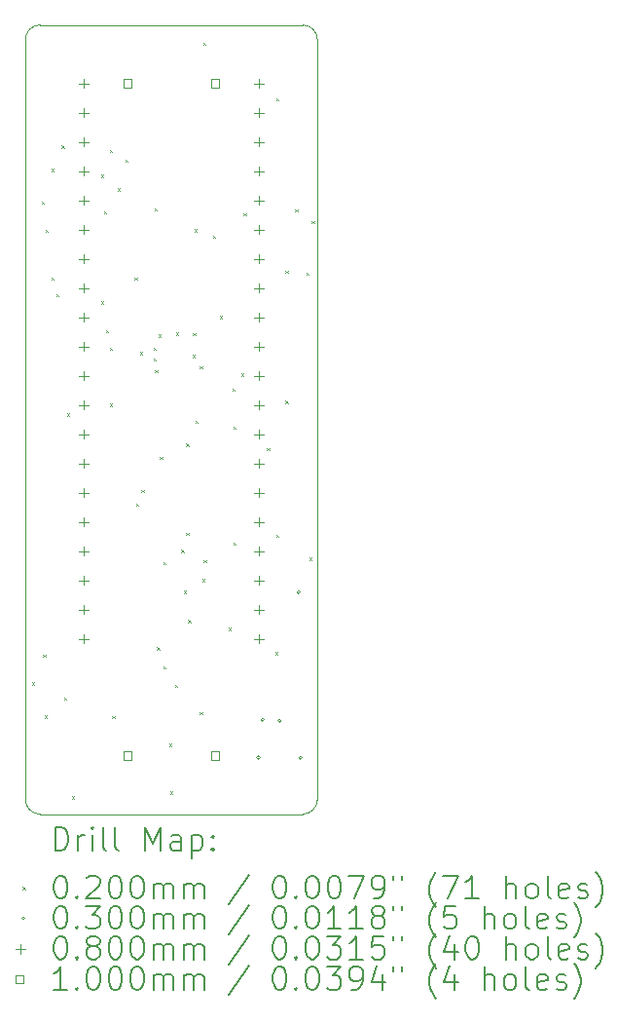
<source format=gbr>
%TF.GenerationSoftware,KiCad,Pcbnew,9.0.7-9.0.7~ubuntu25.10.1*%
%TF.CreationDate,2026-03-01T16:55:47+09:00*%
%TF.ProjectId,bionic-cp1610,62696f6e-6963-42d6-9370-313631302e6b,1*%
%TF.SameCoordinates,Original*%
%TF.FileFunction,Drillmap*%
%TF.FilePolarity,Positive*%
%FSLAX45Y45*%
G04 Gerber Fmt 4.5, Leading zero omitted, Abs format (unit mm)*
G04 Created by KiCad (PCBNEW 9.0.7-9.0.7~ubuntu25.10.1) date 2026-03-01 16:55:47*
%MOMM*%
%LPD*%
G01*
G04 APERTURE LIST*
%ADD10C,0.050000*%
%ADD11C,0.200000*%
%ADD12C,0.100000*%
G04 APERTURE END LIST*
D10*
X8590280Y-4197360D02*
G75*
G02*
X8717280Y-4070360I127000J0D01*
G01*
X11003280Y-4070360D02*
G75*
G02*
X11130280Y-4197360I0J-127000D01*
G01*
X8717280Y-10928360D02*
G75*
G02*
X8590280Y-10801360I0J127000D01*
G01*
X11130280Y-4197360D02*
X11130280Y-10801360D01*
X8717280Y-4070360D02*
X11003280Y-4070360D01*
X11003280Y-10928360D02*
X8717280Y-10928360D01*
X8590280Y-10801360D02*
X8590280Y-4197360D01*
X11130280Y-10801360D02*
G75*
G02*
X11003280Y-10928360I-127000J0D01*
G01*
D11*
D12*
X8646320Y-9782980D02*
X8666320Y-9802980D01*
X8666320Y-9782980D02*
X8646320Y-9802980D01*
X8734295Y-5603755D02*
X8754295Y-5623755D01*
X8754295Y-5603755D02*
X8734295Y-5623755D01*
X8745380Y-9541680D02*
X8765380Y-9561680D01*
X8765380Y-9541680D02*
X8745380Y-9561680D01*
X8756810Y-10070000D02*
X8776810Y-10090000D01*
X8776810Y-10070000D02*
X8756810Y-10090000D01*
X8767520Y-5848520D02*
X8787520Y-5868520D01*
X8787520Y-5848520D02*
X8767520Y-5868520D01*
X8816500Y-5320200D02*
X8836500Y-5340200D01*
X8836500Y-5320200D02*
X8816500Y-5340200D01*
X8816500Y-6267620D02*
X8836500Y-6287620D01*
X8836500Y-6267620D02*
X8816500Y-6287620D01*
X8861500Y-6408951D02*
X8881500Y-6428951D01*
X8881500Y-6408951D02*
X8861500Y-6428951D01*
X8906600Y-5118340D02*
X8926600Y-5138340D01*
X8926600Y-5118340D02*
X8906600Y-5138340D01*
X8925720Y-9912520D02*
X8945720Y-9932520D01*
X8945720Y-9912520D02*
X8925720Y-9932520D01*
X8950780Y-7446180D02*
X8970780Y-7466180D01*
X8970780Y-7446180D02*
X8950780Y-7466180D01*
X8993280Y-10773580D02*
X9013280Y-10793580D01*
X9013280Y-10773580D02*
X8993280Y-10793580D01*
X9245760Y-6474080D02*
X9265760Y-6494080D01*
X9265760Y-6474080D02*
X9245760Y-6494080D01*
X9248300Y-5371000D02*
X9268300Y-5391000D01*
X9268300Y-5371000D02*
X9248300Y-5391000D01*
X9271160Y-5691040D02*
X9291160Y-5711040D01*
X9291160Y-5691040D02*
X9271160Y-5711040D01*
X9293300Y-6723550D02*
X9313300Y-6743550D01*
X9313300Y-6723550D02*
X9293300Y-6743550D01*
X9323400Y-6873410D02*
X9343400Y-6893410D01*
X9343400Y-6873410D02*
X9323400Y-6893410D01*
X9323400Y-7362360D02*
X9343400Y-7382360D01*
X9343400Y-7362360D02*
X9323400Y-7382360D01*
X9324500Y-5158360D02*
X9344500Y-5178360D01*
X9344500Y-5158360D02*
X9324500Y-5178360D01*
X9344820Y-10077620D02*
X9364820Y-10097620D01*
X9364820Y-10077620D02*
X9344820Y-10097620D01*
X9391210Y-5491050D02*
X9411210Y-5511050D01*
X9411210Y-5491050D02*
X9391210Y-5511050D01*
X9459190Y-5241530D02*
X9479190Y-5261530D01*
X9479190Y-5241530D02*
X9459190Y-5261530D01*
X9541120Y-6267620D02*
X9561120Y-6287620D01*
X9561120Y-6267620D02*
X9541120Y-6287620D01*
X9553650Y-8231040D02*
X9573650Y-8251040D01*
X9573650Y-8231040D02*
X9553650Y-8251040D01*
X9586120Y-6912780D02*
X9606120Y-6932780D01*
X9606120Y-6912780D02*
X9586120Y-6932780D01*
X9599070Y-8110150D02*
X9619070Y-8130150D01*
X9619070Y-8110150D02*
X9599070Y-8130150D01*
X9708040Y-6874680D02*
X9728040Y-6894680D01*
X9728040Y-6874680D02*
X9708040Y-6894680D01*
X9708040Y-6966120D02*
X9728040Y-6986120D01*
X9728040Y-6966120D02*
X9708040Y-6986120D01*
X9715660Y-5665640D02*
X9735660Y-5685640D01*
X9735660Y-5665640D02*
X9715660Y-5685640D01*
X9716960Y-7070260D02*
X9736960Y-7090260D01*
X9736960Y-7070260D02*
X9716960Y-7090260D01*
X9735980Y-9478180D02*
X9755980Y-9498180D01*
X9755980Y-9478180D02*
X9735980Y-9498180D01*
X9746140Y-6760380D02*
X9766140Y-6780380D01*
X9766140Y-6760380D02*
X9746140Y-6780380D01*
X9761960Y-7821220D02*
X9781960Y-7841220D01*
X9781960Y-7821220D02*
X9761960Y-7841220D01*
X9789320Y-9643280D02*
X9809320Y-9663280D01*
X9809320Y-9643280D02*
X9789320Y-9663280D01*
X9791860Y-8736500D02*
X9811860Y-8756500D01*
X9811860Y-8736500D02*
X9791860Y-8756500D01*
X9842660Y-10316380D02*
X9862660Y-10336380D01*
X9862660Y-10316380D02*
X9842660Y-10336380D01*
X9850280Y-10730400D02*
X9870280Y-10750400D01*
X9870280Y-10730400D02*
X9850280Y-10750400D01*
X9893460Y-9805840D02*
X9913460Y-9825840D01*
X9913460Y-9805840D02*
X9893460Y-9825840D01*
X9901080Y-6745140D02*
X9921080Y-6765140D01*
X9921080Y-6745140D02*
X9901080Y-6765140D01*
X9946800Y-8632360D02*
X9966800Y-8652360D01*
X9966800Y-8632360D02*
X9946800Y-8652360D01*
X9965850Y-8986690D02*
X9985850Y-9006690D01*
X9985850Y-8986690D02*
X9965850Y-9006690D01*
X9988710Y-7709070D02*
X10008710Y-7729070D01*
X10008710Y-7709070D02*
X9988710Y-7729070D01*
X9989980Y-8482500D02*
X10009980Y-8502500D01*
X10009980Y-8482500D02*
X9989980Y-8502500D01*
X10006490Y-9240690D02*
X10026490Y-9260690D01*
X10026490Y-9240690D02*
X10006490Y-9260690D01*
X10043320Y-6938180D02*
X10063320Y-6958180D01*
X10063320Y-6938180D02*
X10043320Y-6958180D01*
X10048400Y-6747680D02*
X10068400Y-6767680D01*
X10068400Y-6747680D02*
X10048400Y-6767680D01*
X10061100Y-5845980D02*
X10081100Y-5865980D01*
X10081100Y-5845980D02*
X10061100Y-5865980D01*
X10068720Y-7512220D02*
X10088720Y-7532220D01*
X10088720Y-7512220D02*
X10068720Y-7532220D01*
X10106800Y-10039500D02*
X10126800Y-10059500D01*
X10126800Y-10039500D02*
X10106800Y-10059500D01*
X10106820Y-7034700D02*
X10126820Y-7054700D01*
X10126820Y-7034700D02*
X10106820Y-7054700D01*
X10129700Y-8886360D02*
X10149700Y-8906360D01*
X10149700Y-8886360D02*
X10129700Y-8906360D01*
X10137300Y-4225460D02*
X10157300Y-4245460D01*
X10157300Y-4225460D02*
X10137300Y-4245460D01*
X10141120Y-8721260D02*
X10161120Y-8741260D01*
X10161120Y-8721260D02*
X10141120Y-8741260D01*
X10223660Y-5901860D02*
X10243660Y-5921860D01*
X10243660Y-5901860D02*
X10223660Y-5921860D01*
X10279540Y-6600360D02*
X10299540Y-6620360D01*
X10299540Y-6600360D02*
X10279540Y-6620360D01*
X10358280Y-9310540D02*
X10378280Y-9330540D01*
X10378280Y-9310540D02*
X10358280Y-9330540D01*
X10390000Y-7232820D02*
X10410000Y-7252820D01*
X10410000Y-7232820D02*
X10390000Y-7252820D01*
X10398510Y-8570160D02*
X10418510Y-8590160D01*
X10418510Y-8570160D02*
X10398510Y-8590160D01*
X10399360Y-7560980D02*
X10419360Y-7580980D01*
X10419360Y-7560980D02*
X10399360Y-7580980D01*
X10464960Y-7098200D02*
X10484960Y-7118200D01*
X10484960Y-7098200D02*
X10464960Y-7118200D01*
X10487820Y-5708820D02*
X10507820Y-5728820D01*
X10507820Y-5708820D02*
X10487820Y-5728820D01*
X10691020Y-7748440D02*
X10711020Y-7768440D01*
X10711020Y-7748440D02*
X10691020Y-7768440D01*
X10764700Y-9521360D02*
X10784700Y-9541360D01*
X10784700Y-9521360D02*
X10764700Y-9541360D01*
X10772300Y-4705520D02*
X10792300Y-4725520D01*
X10792300Y-4705520D02*
X10772300Y-4725520D01*
X10774840Y-8500280D02*
X10794840Y-8520280D01*
X10794840Y-8500280D02*
X10774840Y-8520280D01*
X10853600Y-6206660D02*
X10873600Y-6226660D01*
X10873600Y-6206660D02*
X10853600Y-6226660D01*
X10853600Y-7336960D02*
X10873600Y-7356960D01*
X10873600Y-7336960D02*
X10853600Y-7356960D01*
X10937400Y-5673260D02*
X10957400Y-5693260D01*
X10957400Y-5673260D02*
X10937400Y-5693260D01*
X11034645Y-6225165D02*
X11054645Y-6245165D01*
X11054645Y-6225165D02*
X11034645Y-6245165D01*
X11061860Y-8700940D02*
X11081860Y-8720940D01*
X11081860Y-8700940D02*
X11061860Y-8720940D01*
X11082180Y-5774860D02*
X11102180Y-5794860D01*
X11102180Y-5774860D02*
X11082180Y-5794860D01*
X10632200Y-10438600D02*
G75*
G02*
X10602200Y-10438600I-15000J0D01*
G01*
X10602200Y-10438600D02*
G75*
G02*
X10632200Y-10438600I15000J0D01*
G01*
X10667800Y-10107900D02*
G75*
G02*
X10637800Y-10107900I-15000J0D01*
G01*
X10637800Y-10107900D02*
G75*
G02*
X10667800Y-10107900I15000J0D01*
G01*
X10817600Y-10118100D02*
G75*
G02*
X10787600Y-10118100I-15000J0D01*
G01*
X10787600Y-10118100D02*
G75*
G02*
X10817600Y-10118100I15000J0D01*
G01*
X10980200Y-9000500D02*
G75*
G02*
X10950200Y-9000500I-15000J0D01*
G01*
X10950200Y-9000500D02*
G75*
G02*
X10980200Y-9000500I15000J0D01*
G01*
X10998000Y-10438100D02*
G75*
G02*
X10968000Y-10438100I-15000J0D01*
G01*
X10968000Y-10438100D02*
G75*
G02*
X10998000Y-10438100I15000J0D01*
G01*
X9098280Y-4538360D02*
X9098280Y-4618360D01*
X9058280Y-4578360D02*
X9138280Y-4578360D01*
X9098280Y-4792360D02*
X9098280Y-4872360D01*
X9058280Y-4832360D02*
X9138280Y-4832360D01*
X9098280Y-5046360D02*
X9098280Y-5126360D01*
X9058280Y-5086360D02*
X9138280Y-5086360D01*
X9098280Y-5300360D02*
X9098280Y-5380360D01*
X9058280Y-5340360D02*
X9138280Y-5340360D01*
X9098280Y-5554360D02*
X9098280Y-5634360D01*
X9058280Y-5594360D02*
X9138280Y-5594360D01*
X9098280Y-5808360D02*
X9098280Y-5888360D01*
X9058280Y-5848360D02*
X9138280Y-5848360D01*
X9098280Y-6062360D02*
X9098280Y-6142360D01*
X9058280Y-6102360D02*
X9138280Y-6102360D01*
X9098280Y-6316360D02*
X9098280Y-6396360D01*
X9058280Y-6356360D02*
X9138280Y-6356360D01*
X9098280Y-6570360D02*
X9098280Y-6650360D01*
X9058280Y-6610360D02*
X9138280Y-6610360D01*
X9098280Y-6824360D02*
X9098280Y-6904360D01*
X9058280Y-6864360D02*
X9138280Y-6864360D01*
X9098280Y-7078360D02*
X9098280Y-7158360D01*
X9058280Y-7118360D02*
X9138280Y-7118360D01*
X9098280Y-7332360D02*
X9098280Y-7412360D01*
X9058280Y-7372360D02*
X9138280Y-7372360D01*
X9098280Y-7586360D02*
X9098280Y-7666360D01*
X9058280Y-7626360D02*
X9138280Y-7626360D01*
X9098280Y-7840360D02*
X9098280Y-7920360D01*
X9058280Y-7880360D02*
X9138280Y-7880360D01*
X9098280Y-8094360D02*
X9098280Y-8174360D01*
X9058280Y-8134360D02*
X9138280Y-8134360D01*
X9098280Y-8348360D02*
X9098280Y-8428360D01*
X9058280Y-8388360D02*
X9138280Y-8388360D01*
X9098280Y-8602360D02*
X9098280Y-8682360D01*
X9058280Y-8642360D02*
X9138280Y-8642360D01*
X9098280Y-8856360D02*
X9098280Y-8936360D01*
X9058280Y-8896360D02*
X9138280Y-8896360D01*
X9098280Y-9110360D02*
X9098280Y-9190360D01*
X9058280Y-9150360D02*
X9138280Y-9150360D01*
X9098280Y-9364360D02*
X9098280Y-9444360D01*
X9058280Y-9404360D02*
X9138280Y-9404360D01*
X10622280Y-4538360D02*
X10622280Y-4618360D01*
X10582280Y-4578360D02*
X10662280Y-4578360D01*
X10622280Y-4792360D02*
X10622280Y-4872360D01*
X10582280Y-4832360D02*
X10662280Y-4832360D01*
X10622280Y-5046360D02*
X10622280Y-5126360D01*
X10582280Y-5086360D02*
X10662280Y-5086360D01*
X10622280Y-5300360D02*
X10622280Y-5380360D01*
X10582280Y-5340360D02*
X10662280Y-5340360D01*
X10622280Y-5554360D02*
X10622280Y-5634360D01*
X10582280Y-5594360D02*
X10662280Y-5594360D01*
X10622280Y-5808360D02*
X10622280Y-5888360D01*
X10582280Y-5848360D02*
X10662280Y-5848360D01*
X10622280Y-6062360D02*
X10622280Y-6142360D01*
X10582280Y-6102360D02*
X10662280Y-6102360D01*
X10622280Y-6316360D02*
X10622280Y-6396360D01*
X10582280Y-6356360D02*
X10662280Y-6356360D01*
X10622280Y-6570360D02*
X10622280Y-6650360D01*
X10582280Y-6610360D02*
X10662280Y-6610360D01*
X10622280Y-6824360D02*
X10622280Y-6904360D01*
X10582280Y-6864360D02*
X10662280Y-6864360D01*
X10622280Y-7078360D02*
X10622280Y-7158360D01*
X10582280Y-7118360D02*
X10662280Y-7118360D01*
X10622280Y-7332360D02*
X10622280Y-7412360D01*
X10582280Y-7372360D02*
X10662280Y-7372360D01*
X10622280Y-7586360D02*
X10622280Y-7666360D01*
X10582280Y-7626360D02*
X10662280Y-7626360D01*
X10622280Y-7840360D02*
X10622280Y-7920360D01*
X10582280Y-7880360D02*
X10662280Y-7880360D01*
X10622280Y-8094360D02*
X10622280Y-8174360D01*
X10582280Y-8134360D02*
X10662280Y-8134360D01*
X10622280Y-8348360D02*
X10622280Y-8428360D01*
X10582280Y-8388360D02*
X10662280Y-8388360D01*
X10622280Y-8602360D02*
X10622280Y-8682360D01*
X10582280Y-8642360D02*
X10662280Y-8642360D01*
X10622280Y-8856360D02*
X10622280Y-8936360D01*
X10582280Y-8896360D02*
X10662280Y-8896360D01*
X10622280Y-9110360D02*
X10622280Y-9190360D01*
X10582280Y-9150360D02*
X10662280Y-9150360D01*
X10622280Y-9364360D02*
X10622280Y-9444360D01*
X10582280Y-9404360D02*
X10662280Y-9404360D01*
X9514636Y-4613716D02*
X9514636Y-4543004D01*
X9443924Y-4543004D01*
X9443924Y-4613716D01*
X9514636Y-4613716D01*
X9514636Y-10455716D02*
X9514636Y-10385004D01*
X9443924Y-10385004D01*
X9443924Y-10455716D01*
X9514636Y-10455716D01*
X10276636Y-4613716D02*
X10276636Y-4543004D01*
X10205924Y-4543004D01*
X10205924Y-4613716D01*
X10276636Y-4613716D01*
X10276636Y-10455716D02*
X10276636Y-10385004D01*
X10205924Y-10385004D01*
X10205924Y-10455716D01*
X10276636Y-10455716D01*
D11*
X8848557Y-11242344D02*
X8848557Y-11042344D01*
X8848557Y-11042344D02*
X8896176Y-11042344D01*
X8896176Y-11042344D02*
X8924747Y-11051868D01*
X8924747Y-11051868D02*
X8943795Y-11070915D01*
X8943795Y-11070915D02*
X8953319Y-11089963D01*
X8953319Y-11089963D02*
X8962843Y-11128058D01*
X8962843Y-11128058D02*
X8962843Y-11156630D01*
X8962843Y-11156630D02*
X8953319Y-11194725D01*
X8953319Y-11194725D02*
X8943795Y-11213772D01*
X8943795Y-11213772D02*
X8924747Y-11232820D01*
X8924747Y-11232820D02*
X8896176Y-11242344D01*
X8896176Y-11242344D02*
X8848557Y-11242344D01*
X9048557Y-11242344D02*
X9048557Y-11109010D01*
X9048557Y-11147106D02*
X9058081Y-11128058D01*
X9058081Y-11128058D02*
X9067604Y-11118534D01*
X9067604Y-11118534D02*
X9086652Y-11109010D01*
X9086652Y-11109010D02*
X9105700Y-11109010D01*
X9172366Y-11242344D02*
X9172366Y-11109010D01*
X9172366Y-11042344D02*
X9162843Y-11051868D01*
X9162843Y-11051868D02*
X9172366Y-11061391D01*
X9172366Y-11061391D02*
X9181890Y-11051868D01*
X9181890Y-11051868D02*
X9172366Y-11042344D01*
X9172366Y-11042344D02*
X9172366Y-11061391D01*
X9296176Y-11242344D02*
X9277128Y-11232820D01*
X9277128Y-11232820D02*
X9267604Y-11213772D01*
X9267604Y-11213772D02*
X9267604Y-11042344D01*
X9400938Y-11242344D02*
X9381890Y-11232820D01*
X9381890Y-11232820D02*
X9372366Y-11213772D01*
X9372366Y-11213772D02*
X9372366Y-11042344D01*
X9629509Y-11242344D02*
X9629509Y-11042344D01*
X9629509Y-11042344D02*
X9696176Y-11185201D01*
X9696176Y-11185201D02*
X9762843Y-11042344D01*
X9762843Y-11042344D02*
X9762843Y-11242344D01*
X9943795Y-11242344D02*
X9943795Y-11137582D01*
X9943795Y-11137582D02*
X9934271Y-11118534D01*
X9934271Y-11118534D02*
X9915224Y-11109010D01*
X9915224Y-11109010D02*
X9877128Y-11109010D01*
X9877128Y-11109010D02*
X9858081Y-11118534D01*
X9943795Y-11232820D02*
X9924747Y-11242344D01*
X9924747Y-11242344D02*
X9877128Y-11242344D01*
X9877128Y-11242344D02*
X9858081Y-11232820D01*
X9858081Y-11232820D02*
X9848557Y-11213772D01*
X9848557Y-11213772D02*
X9848557Y-11194725D01*
X9848557Y-11194725D02*
X9858081Y-11175677D01*
X9858081Y-11175677D02*
X9877128Y-11166153D01*
X9877128Y-11166153D02*
X9924747Y-11166153D01*
X9924747Y-11166153D02*
X9943795Y-11156630D01*
X10039033Y-11109010D02*
X10039033Y-11309010D01*
X10039033Y-11118534D02*
X10058081Y-11109010D01*
X10058081Y-11109010D02*
X10096176Y-11109010D01*
X10096176Y-11109010D02*
X10115224Y-11118534D01*
X10115224Y-11118534D02*
X10124747Y-11128058D01*
X10124747Y-11128058D02*
X10134271Y-11147106D01*
X10134271Y-11147106D02*
X10134271Y-11204248D01*
X10134271Y-11204248D02*
X10124747Y-11223296D01*
X10124747Y-11223296D02*
X10115224Y-11232820D01*
X10115224Y-11232820D02*
X10096176Y-11242344D01*
X10096176Y-11242344D02*
X10058081Y-11242344D01*
X10058081Y-11242344D02*
X10039033Y-11232820D01*
X10219985Y-11223296D02*
X10229509Y-11232820D01*
X10229509Y-11232820D02*
X10219985Y-11242344D01*
X10219985Y-11242344D02*
X10210462Y-11232820D01*
X10210462Y-11232820D02*
X10219985Y-11223296D01*
X10219985Y-11223296D02*
X10219985Y-11242344D01*
X10219985Y-11118534D02*
X10229509Y-11128058D01*
X10229509Y-11128058D02*
X10219985Y-11137582D01*
X10219985Y-11137582D02*
X10210462Y-11128058D01*
X10210462Y-11128058D02*
X10219985Y-11118534D01*
X10219985Y-11118534D02*
X10219985Y-11137582D01*
D12*
X8567780Y-11560860D02*
X8587780Y-11580860D01*
X8587780Y-11560860D02*
X8567780Y-11580860D01*
D11*
X8886652Y-11462344D02*
X8905700Y-11462344D01*
X8905700Y-11462344D02*
X8924747Y-11471868D01*
X8924747Y-11471868D02*
X8934271Y-11481391D01*
X8934271Y-11481391D02*
X8943795Y-11500439D01*
X8943795Y-11500439D02*
X8953319Y-11538534D01*
X8953319Y-11538534D02*
X8953319Y-11586153D01*
X8953319Y-11586153D02*
X8943795Y-11624248D01*
X8943795Y-11624248D02*
X8934271Y-11643296D01*
X8934271Y-11643296D02*
X8924747Y-11652820D01*
X8924747Y-11652820D02*
X8905700Y-11662344D01*
X8905700Y-11662344D02*
X8886652Y-11662344D01*
X8886652Y-11662344D02*
X8867604Y-11652820D01*
X8867604Y-11652820D02*
X8858081Y-11643296D01*
X8858081Y-11643296D02*
X8848557Y-11624248D01*
X8848557Y-11624248D02*
X8839033Y-11586153D01*
X8839033Y-11586153D02*
X8839033Y-11538534D01*
X8839033Y-11538534D02*
X8848557Y-11500439D01*
X8848557Y-11500439D02*
X8858081Y-11481391D01*
X8858081Y-11481391D02*
X8867604Y-11471868D01*
X8867604Y-11471868D02*
X8886652Y-11462344D01*
X9039033Y-11643296D02*
X9048557Y-11652820D01*
X9048557Y-11652820D02*
X9039033Y-11662344D01*
X9039033Y-11662344D02*
X9029509Y-11652820D01*
X9029509Y-11652820D02*
X9039033Y-11643296D01*
X9039033Y-11643296D02*
X9039033Y-11662344D01*
X9124747Y-11481391D02*
X9134271Y-11471868D01*
X9134271Y-11471868D02*
X9153319Y-11462344D01*
X9153319Y-11462344D02*
X9200938Y-11462344D01*
X9200938Y-11462344D02*
X9219985Y-11471868D01*
X9219985Y-11471868D02*
X9229509Y-11481391D01*
X9229509Y-11481391D02*
X9239033Y-11500439D01*
X9239033Y-11500439D02*
X9239033Y-11519487D01*
X9239033Y-11519487D02*
X9229509Y-11548058D01*
X9229509Y-11548058D02*
X9115224Y-11662344D01*
X9115224Y-11662344D02*
X9239033Y-11662344D01*
X9362843Y-11462344D02*
X9381890Y-11462344D01*
X9381890Y-11462344D02*
X9400938Y-11471868D01*
X9400938Y-11471868D02*
X9410462Y-11481391D01*
X9410462Y-11481391D02*
X9419985Y-11500439D01*
X9419985Y-11500439D02*
X9429509Y-11538534D01*
X9429509Y-11538534D02*
X9429509Y-11586153D01*
X9429509Y-11586153D02*
X9419985Y-11624248D01*
X9419985Y-11624248D02*
X9410462Y-11643296D01*
X9410462Y-11643296D02*
X9400938Y-11652820D01*
X9400938Y-11652820D02*
X9381890Y-11662344D01*
X9381890Y-11662344D02*
X9362843Y-11662344D01*
X9362843Y-11662344D02*
X9343795Y-11652820D01*
X9343795Y-11652820D02*
X9334271Y-11643296D01*
X9334271Y-11643296D02*
X9324747Y-11624248D01*
X9324747Y-11624248D02*
X9315224Y-11586153D01*
X9315224Y-11586153D02*
X9315224Y-11538534D01*
X9315224Y-11538534D02*
X9324747Y-11500439D01*
X9324747Y-11500439D02*
X9334271Y-11481391D01*
X9334271Y-11481391D02*
X9343795Y-11471868D01*
X9343795Y-11471868D02*
X9362843Y-11462344D01*
X9553319Y-11462344D02*
X9572366Y-11462344D01*
X9572366Y-11462344D02*
X9591414Y-11471868D01*
X9591414Y-11471868D02*
X9600938Y-11481391D01*
X9600938Y-11481391D02*
X9610462Y-11500439D01*
X9610462Y-11500439D02*
X9619985Y-11538534D01*
X9619985Y-11538534D02*
X9619985Y-11586153D01*
X9619985Y-11586153D02*
X9610462Y-11624248D01*
X9610462Y-11624248D02*
X9600938Y-11643296D01*
X9600938Y-11643296D02*
X9591414Y-11652820D01*
X9591414Y-11652820D02*
X9572366Y-11662344D01*
X9572366Y-11662344D02*
X9553319Y-11662344D01*
X9553319Y-11662344D02*
X9534271Y-11652820D01*
X9534271Y-11652820D02*
X9524747Y-11643296D01*
X9524747Y-11643296D02*
X9515224Y-11624248D01*
X9515224Y-11624248D02*
X9505700Y-11586153D01*
X9505700Y-11586153D02*
X9505700Y-11538534D01*
X9505700Y-11538534D02*
X9515224Y-11500439D01*
X9515224Y-11500439D02*
X9524747Y-11481391D01*
X9524747Y-11481391D02*
X9534271Y-11471868D01*
X9534271Y-11471868D02*
X9553319Y-11462344D01*
X9705700Y-11662344D02*
X9705700Y-11529010D01*
X9705700Y-11548058D02*
X9715224Y-11538534D01*
X9715224Y-11538534D02*
X9734271Y-11529010D01*
X9734271Y-11529010D02*
X9762843Y-11529010D01*
X9762843Y-11529010D02*
X9781890Y-11538534D01*
X9781890Y-11538534D02*
X9791414Y-11557582D01*
X9791414Y-11557582D02*
X9791414Y-11662344D01*
X9791414Y-11557582D02*
X9800938Y-11538534D01*
X9800938Y-11538534D02*
X9819985Y-11529010D01*
X9819985Y-11529010D02*
X9848557Y-11529010D01*
X9848557Y-11529010D02*
X9867605Y-11538534D01*
X9867605Y-11538534D02*
X9877128Y-11557582D01*
X9877128Y-11557582D02*
X9877128Y-11662344D01*
X9972366Y-11662344D02*
X9972366Y-11529010D01*
X9972366Y-11548058D02*
X9981890Y-11538534D01*
X9981890Y-11538534D02*
X10000938Y-11529010D01*
X10000938Y-11529010D02*
X10029509Y-11529010D01*
X10029509Y-11529010D02*
X10048557Y-11538534D01*
X10048557Y-11538534D02*
X10058081Y-11557582D01*
X10058081Y-11557582D02*
X10058081Y-11662344D01*
X10058081Y-11557582D02*
X10067605Y-11538534D01*
X10067605Y-11538534D02*
X10086652Y-11529010D01*
X10086652Y-11529010D02*
X10115224Y-11529010D01*
X10115224Y-11529010D02*
X10134271Y-11538534D01*
X10134271Y-11538534D02*
X10143795Y-11557582D01*
X10143795Y-11557582D02*
X10143795Y-11662344D01*
X10534271Y-11452820D02*
X10362843Y-11709963D01*
X10791414Y-11462344D02*
X10810462Y-11462344D01*
X10810462Y-11462344D02*
X10829509Y-11471868D01*
X10829509Y-11471868D02*
X10839033Y-11481391D01*
X10839033Y-11481391D02*
X10848557Y-11500439D01*
X10848557Y-11500439D02*
X10858081Y-11538534D01*
X10858081Y-11538534D02*
X10858081Y-11586153D01*
X10858081Y-11586153D02*
X10848557Y-11624248D01*
X10848557Y-11624248D02*
X10839033Y-11643296D01*
X10839033Y-11643296D02*
X10829509Y-11652820D01*
X10829509Y-11652820D02*
X10810462Y-11662344D01*
X10810462Y-11662344D02*
X10791414Y-11662344D01*
X10791414Y-11662344D02*
X10772367Y-11652820D01*
X10772367Y-11652820D02*
X10762843Y-11643296D01*
X10762843Y-11643296D02*
X10753319Y-11624248D01*
X10753319Y-11624248D02*
X10743795Y-11586153D01*
X10743795Y-11586153D02*
X10743795Y-11538534D01*
X10743795Y-11538534D02*
X10753319Y-11500439D01*
X10753319Y-11500439D02*
X10762843Y-11481391D01*
X10762843Y-11481391D02*
X10772367Y-11471868D01*
X10772367Y-11471868D02*
X10791414Y-11462344D01*
X10943795Y-11643296D02*
X10953319Y-11652820D01*
X10953319Y-11652820D02*
X10943795Y-11662344D01*
X10943795Y-11662344D02*
X10934271Y-11652820D01*
X10934271Y-11652820D02*
X10943795Y-11643296D01*
X10943795Y-11643296D02*
X10943795Y-11662344D01*
X11077128Y-11462344D02*
X11096176Y-11462344D01*
X11096176Y-11462344D02*
X11115224Y-11471868D01*
X11115224Y-11471868D02*
X11124748Y-11481391D01*
X11124748Y-11481391D02*
X11134271Y-11500439D01*
X11134271Y-11500439D02*
X11143795Y-11538534D01*
X11143795Y-11538534D02*
X11143795Y-11586153D01*
X11143795Y-11586153D02*
X11134271Y-11624248D01*
X11134271Y-11624248D02*
X11124748Y-11643296D01*
X11124748Y-11643296D02*
X11115224Y-11652820D01*
X11115224Y-11652820D02*
X11096176Y-11662344D01*
X11096176Y-11662344D02*
X11077128Y-11662344D01*
X11077128Y-11662344D02*
X11058081Y-11652820D01*
X11058081Y-11652820D02*
X11048557Y-11643296D01*
X11048557Y-11643296D02*
X11039033Y-11624248D01*
X11039033Y-11624248D02*
X11029509Y-11586153D01*
X11029509Y-11586153D02*
X11029509Y-11538534D01*
X11029509Y-11538534D02*
X11039033Y-11500439D01*
X11039033Y-11500439D02*
X11048557Y-11481391D01*
X11048557Y-11481391D02*
X11058081Y-11471868D01*
X11058081Y-11471868D02*
X11077128Y-11462344D01*
X11267605Y-11462344D02*
X11286652Y-11462344D01*
X11286652Y-11462344D02*
X11305700Y-11471868D01*
X11305700Y-11471868D02*
X11315224Y-11481391D01*
X11315224Y-11481391D02*
X11324747Y-11500439D01*
X11324747Y-11500439D02*
X11334271Y-11538534D01*
X11334271Y-11538534D02*
X11334271Y-11586153D01*
X11334271Y-11586153D02*
X11324747Y-11624248D01*
X11324747Y-11624248D02*
X11315224Y-11643296D01*
X11315224Y-11643296D02*
X11305700Y-11652820D01*
X11305700Y-11652820D02*
X11286652Y-11662344D01*
X11286652Y-11662344D02*
X11267605Y-11662344D01*
X11267605Y-11662344D02*
X11248557Y-11652820D01*
X11248557Y-11652820D02*
X11239033Y-11643296D01*
X11239033Y-11643296D02*
X11229509Y-11624248D01*
X11229509Y-11624248D02*
X11219986Y-11586153D01*
X11219986Y-11586153D02*
X11219986Y-11538534D01*
X11219986Y-11538534D02*
X11229509Y-11500439D01*
X11229509Y-11500439D02*
X11239033Y-11481391D01*
X11239033Y-11481391D02*
X11248557Y-11471868D01*
X11248557Y-11471868D02*
X11267605Y-11462344D01*
X11400938Y-11462344D02*
X11534271Y-11462344D01*
X11534271Y-11462344D02*
X11448557Y-11662344D01*
X11619986Y-11662344D02*
X11658081Y-11662344D01*
X11658081Y-11662344D02*
X11677128Y-11652820D01*
X11677128Y-11652820D02*
X11686652Y-11643296D01*
X11686652Y-11643296D02*
X11705700Y-11614725D01*
X11705700Y-11614725D02*
X11715224Y-11576629D01*
X11715224Y-11576629D02*
X11715224Y-11500439D01*
X11715224Y-11500439D02*
X11705700Y-11481391D01*
X11705700Y-11481391D02*
X11696176Y-11471868D01*
X11696176Y-11471868D02*
X11677128Y-11462344D01*
X11677128Y-11462344D02*
X11639033Y-11462344D01*
X11639033Y-11462344D02*
X11619986Y-11471868D01*
X11619986Y-11471868D02*
X11610462Y-11481391D01*
X11610462Y-11481391D02*
X11600938Y-11500439D01*
X11600938Y-11500439D02*
X11600938Y-11548058D01*
X11600938Y-11548058D02*
X11610462Y-11567106D01*
X11610462Y-11567106D02*
X11619986Y-11576629D01*
X11619986Y-11576629D02*
X11639033Y-11586153D01*
X11639033Y-11586153D02*
X11677128Y-11586153D01*
X11677128Y-11586153D02*
X11696176Y-11576629D01*
X11696176Y-11576629D02*
X11705700Y-11567106D01*
X11705700Y-11567106D02*
X11715224Y-11548058D01*
X11791414Y-11462344D02*
X11791414Y-11500439D01*
X11867605Y-11462344D02*
X11867605Y-11500439D01*
X12162843Y-11738534D02*
X12153319Y-11729010D01*
X12153319Y-11729010D02*
X12134271Y-11700439D01*
X12134271Y-11700439D02*
X12124748Y-11681391D01*
X12124748Y-11681391D02*
X12115224Y-11652820D01*
X12115224Y-11652820D02*
X12105700Y-11605201D01*
X12105700Y-11605201D02*
X12105700Y-11567106D01*
X12105700Y-11567106D02*
X12115224Y-11519487D01*
X12115224Y-11519487D02*
X12124748Y-11490915D01*
X12124748Y-11490915D02*
X12134271Y-11471868D01*
X12134271Y-11471868D02*
X12153319Y-11443296D01*
X12153319Y-11443296D02*
X12162843Y-11433772D01*
X12219986Y-11462344D02*
X12353319Y-11462344D01*
X12353319Y-11462344D02*
X12267605Y-11662344D01*
X12534271Y-11662344D02*
X12419986Y-11662344D01*
X12477128Y-11662344D02*
X12477128Y-11462344D01*
X12477128Y-11462344D02*
X12458081Y-11490915D01*
X12458081Y-11490915D02*
X12439033Y-11509963D01*
X12439033Y-11509963D02*
X12419986Y-11519487D01*
X12772367Y-11662344D02*
X12772367Y-11462344D01*
X12858081Y-11662344D02*
X12858081Y-11557582D01*
X12858081Y-11557582D02*
X12848557Y-11538534D01*
X12848557Y-11538534D02*
X12829510Y-11529010D01*
X12829510Y-11529010D02*
X12800938Y-11529010D01*
X12800938Y-11529010D02*
X12781890Y-11538534D01*
X12781890Y-11538534D02*
X12772367Y-11548058D01*
X12981890Y-11662344D02*
X12962843Y-11652820D01*
X12962843Y-11652820D02*
X12953319Y-11643296D01*
X12953319Y-11643296D02*
X12943795Y-11624248D01*
X12943795Y-11624248D02*
X12943795Y-11567106D01*
X12943795Y-11567106D02*
X12953319Y-11548058D01*
X12953319Y-11548058D02*
X12962843Y-11538534D01*
X12962843Y-11538534D02*
X12981890Y-11529010D01*
X12981890Y-11529010D02*
X13010462Y-11529010D01*
X13010462Y-11529010D02*
X13029510Y-11538534D01*
X13029510Y-11538534D02*
X13039033Y-11548058D01*
X13039033Y-11548058D02*
X13048557Y-11567106D01*
X13048557Y-11567106D02*
X13048557Y-11624248D01*
X13048557Y-11624248D02*
X13039033Y-11643296D01*
X13039033Y-11643296D02*
X13029510Y-11652820D01*
X13029510Y-11652820D02*
X13010462Y-11662344D01*
X13010462Y-11662344D02*
X12981890Y-11662344D01*
X13162843Y-11662344D02*
X13143795Y-11652820D01*
X13143795Y-11652820D02*
X13134271Y-11633772D01*
X13134271Y-11633772D02*
X13134271Y-11462344D01*
X13315224Y-11652820D02*
X13296176Y-11662344D01*
X13296176Y-11662344D02*
X13258081Y-11662344D01*
X13258081Y-11662344D02*
X13239033Y-11652820D01*
X13239033Y-11652820D02*
X13229510Y-11633772D01*
X13229510Y-11633772D02*
X13229510Y-11557582D01*
X13229510Y-11557582D02*
X13239033Y-11538534D01*
X13239033Y-11538534D02*
X13258081Y-11529010D01*
X13258081Y-11529010D02*
X13296176Y-11529010D01*
X13296176Y-11529010D02*
X13315224Y-11538534D01*
X13315224Y-11538534D02*
X13324748Y-11557582D01*
X13324748Y-11557582D02*
X13324748Y-11576629D01*
X13324748Y-11576629D02*
X13229510Y-11595677D01*
X13400938Y-11652820D02*
X13419986Y-11662344D01*
X13419986Y-11662344D02*
X13458081Y-11662344D01*
X13458081Y-11662344D02*
X13477129Y-11652820D01*
X13477129Y-11652820D02*
X13486652Y-11633772D01*
X13486652Y-11633772D02*
X13486652Y-11624248D01*
X13486652Y-11624248D02*
X13477129Y-11605201D01*
X13477129Y-11605201D02*
X13458081Y-11595677D01*
X13458081Y-11595677D02*
X13429510Y-11595677D01*
X13429510Y-11595677D02*
X13410462Y-11586153D01*
X13410462Y-11586153D02*
X13400938Y-11567106D01*
X13400938Y-11567106D02*
X13400938Y-11557582D01*
X13400938Y-11557582D02*
X13410462Y-11538534D01*
X13410462Y-11538534D02*
X13429510Y-11529010D01*
X13429510Y-11529010D02*
X13458081Y-11529010D01*
X13458081Y-11529010D02*
X13477129Y-11538534D01*
X13553319Y-11738534D02*
X13562843Y-11729010D01*
X13562843Y-11729010D02*
X13581891Y-11700439D01*
X13581891Y-11700439D02*
X13591414Y-11681391D01*
X13591414Y-11681391D02*
X13600938Y-11652820D01*
X13600938Y-11652820D02*
X13610462Y-11605201D01*
X13610462Y-11605201D02*
X13610462Y-11567106D01*
X13610462Y-11567106D02*
X13600938Y-11519487D01*
X13600938Y-11519487D02*
X13591414Y-11490915D01*
X13591414Y-11490915D02*
X13581891Y-11471868D01*
X13581891Y-11471868D02*
X13562843Y-11443296D01*
X13562843Y-11443296D02*
X13553319Y-11433772D01*
D12*
X8587780Y-11834860D02*
G75*
G02*
X8557780Y-11834860I-15000J0D01*
G01*
X8557780Y-11834860D02*
G75*
G02*
X8587780Y-11834860I15000J0D01*
G01*
D11*
X8886652Y-11726344D02*
X8905700Y-11726344D01*
X8905700Y-11726344D02*
X8924747Y-11735868D01*
X8924747Y-11735868D02*
X8934271Y-11745391D01*
X8934271Y-11745391D02*
X8943795Y-11764439D01*
X8943795Y-11764439D02*
X8953319Y-11802534D01*
X8953319Y-11802534D02*
X8953319Y-11850153D01*
X8953319Y-11850153D02*
X8943795Y-11888248D01*
X8943795Y-11888248D02*
X8934271Y-11907296D01*
X8934271Y-11907296D02*
X8924747Y-11916820D01*
X8924747Y-11916820D02*
X8905700Y-11926344D01*
X8905700Y-11926344D02*
X8886652Y-11926344D01*
X8886652Y-11926344D02*
X8867604Y-11916820D01*
X8867604Y-11916820D02*
X8858081Y-11907296D01*
X8858081Y-11907296D02*
X8848557Y-11888248D01*
X8848557Y-11888248D02*
X8839033Y-11850153D01*
X8839033Y-11850153D02*
X8839033Y-11802534D01*
X8839033Y-11802534D02*
X8848557Y-11764439D01*
X8848557Y-11764439D02*
X8858081Y-11745391D01*
X8858081Y-11745391D02*
X8867604Y-11735868D01*
X8867604Y-11735868D02*
X8886652Y-11726344D01*
X9039033Y-11907296D02*
X9048557Y-11916820D01*
X9048557Y-11916820D02*
X9039033Y-11926344D01*
X9039033Y-11926344D02*
X9029509Y-11916820D01*
X9029509Y-11916820D02*
X9039033Y-11907296D01*
X9039033Y-11907296D02*
X9039033Y-11926344D01*
X9115224Y-11726344D02*
X9239033Y-11726344D01*
X9239033Y-11726344D02*
X9172366Y-11802534D01*
X9172366Y-11802534D02*
X9200938Y-11802534D01*
X9200938Y-11802534D02*
X9219985Y-11812058D01*
X9219985Y-11812058D02*
X9229509Y-11821582D01*
X9229509Y-11821582D02*
X9239033Y-11840629D01*
X9239033Y-11840629D02*
X9239033Y-11888248D01*
X9239033Y-11888248D02*
X9229509Y-11907296D01*
X9229509Y-11907296D02*
X9219985Y-11916820D01*
X9219985Y-11916820D02*
X9200938Y-11926344D01*
X9200938Y-11926344D02*
X9143795Y-11926344D01*
X9143795Y-11926344D02*
X9124747Y-11916820D01*
X9124747Y-11916820D02*
X9115224Y-11907296D01*
X9362843Y-11726344D02*
X9381890Y-11726344D01*
X9381890Y-11726344D02*
X9400938Y-11735868D01*
X9400938Y-11735868D02*
X9410462Y-11745391D01*
X9410462Y-11745391D02*
X9419985Y-11764439D01*
X9419985Y-11764439D02*
X9429509Y-11802534D01*
X9429509Y-11802534D02*
X9429509Y-11850153D01*
X9429509Y-11850153D02*
X9419985Y-11888248D01*
X9419985Y-11888248D02*
X9410462Y-11907296D01*
X9410462Y-11907296D02*
X9400938Y-11916820D01*
X9400938Y-11916820D02*
X9381890Y-11926344D01*
X9381890Y-11926344D02*
X9362843Y-11926344D01*
X9362843Y-11926344D02*
X9343795Y-11916820D01*
X9343795Y-11916820D02*
X9334271Y-11907296D01*
X9334271Y-11907296D02*
X9324747Y-11888248D01*
X9324747Y-11888248D02*
X9315224Y-11850153D01*
X9315224Y-11850153D02*
X9315224Y-11802534D01*
X9315224Y-11802534D02*
X9324747Y-11764439D01*
X9324747Y-11764439D02*
X9334271Y-11745391D01*
X9334271Y-11745391D02*
X9343795Y-11735868D01*
X9343795Y-11735868D02*
X9362843Y-11726344D01*
X9553319Y-11726344D02*
X9572366Y-11726344D01*
X9572366Y-11726344D02*
X9591414Y-11735868D01*
X9591414Y-11735868D02*
X9600938Y-11745391D01*
X9600938Y-11745391D02*
X9610462Y-11764439D01*
X9610462Y-11764439D02*
X9619985Y-11802534D01*
X9619985Y-11802534D02*
X9619985Y-11850153D01*
X9619985Y-11850153D02*
X9610462Y-11888248D01*
X9610462Y-11888248D02*
X9600938Y-11907296D01*
X9600938Y-11907296D02*
X9591414Y-11916820D01*
X9591414Y-11916820D02*
X9572366Y-11926344D01*
X9572366Y-11926344D02*
X9553319Y-11926344D01*
X9553319Y-11926344D02*
X9534271Y-11916820D01*
X9534271Y-11916820D02*
X9524747Y-11907296D01*
X9524747Y-11907296D02*
X9515224Y-11888248D01*
X9515224Y-11888248D02*
X9505700Y-11850153D01*
X9505700Y-11850153D02*
X9505700Y-11802534D01*
X9505700Y-11802534D02*
X9515224Y-11764439D01*
X9515224Y-11764439D02*
X9524747Y-11745391D01*
X9524747Y-11745391D02*
X9534271Y-11735868D01*
X9534271Y-11735868D02*
X9553319Y-11726344D01*
X9705700Y-11926344D02*
X9705700Y-11793010D01*
X9705700Y-11812058D02*
X9715224Y-11802534D01*
X9715224Y-11802534D02*
X9734271Y-11793010D01*
X9734271Y-11793010D02*
X9762843Y-11793010D01*
X9762843Y-11793010D02*
X9781890Y-11802534D01*
X9781890Y-11802534D02*
X9791414Y-11821582D01*
X9791414Y-11821582D02*
X9791414Y-11926344D01*
X9791414Y-11821582D02*
X9800938Y-11802534D01*
X9800938Y-11802534D02*
X9819985Y-11793010D01*
X9819985Y-11793010D02*
X9848557Y-11793010D01*
X9848557Y-11793010D02*
X9867605Y-11802534D01*
X9867605Y-11802534D02*
X9877128Y-11821582D01*
X9877128Y-11821582D02*
X9877128Y-11926344D01*
X9972366Y-11926344D02*
X9972366Y-11793010D01*
X9972366Y-11812058D02*
X9981890Y-11802534D01*
X9981890Y-11802534D02*
X10000938Y-11793010D01*
X10000938Y-11793010D02*
X10029509Y-11793010D01*
X10029509Y-11793010D02*
X10048557Y-11802534D01*
X10048557Y-11802534D02*
X10058081Y-11821582D01*
X10058081Y-11821582D02*
X10058081Y-11926344D01*
X10058081Y-11821582D02*
X10067605Y-11802534D01*
X10067605Y-11802534D02*
X10086652Y-11793010D01*
X10086652Y-11793010D02*
X10115224Y-11793010D01*
X10115224Y-11793010D02*
X10134271Y-11802534D01*
X10134271Y-11802534D02*
X10143795Y-11821582D01*
X10143795Y-11821582D02*
X10143795Y-11926344D01*
X10534271Y-11716820D02*
X10362843Y-11973963D01*
X10791414Y-11726344D02*
X10810462Y-11726344D01*
X10810462Y-11726344D02*
X10829509Y-11735868D01*
X10829509Y-11735868D02*
X10839033Y-11745391D01*
X10839033Y-11745391D02*
X10848557Y-11764439D01*
X10848557Y-11764439D02*
X10858081Y-11802534D01*
X10858081Y-11802534D02*
X10858081Y-11850153D01*
X10858081Y-11850153D02*
X10848557Y-11888248D01*
X10848557Y-11888248D02*
X10839033Y-11907296D01*
X10839033Y-11907296D02*
X10829509Y-11916820D01*
X10829509Y-11916820D02*
X10810462Y-11926344D01*
X10810462Y-11926344D02*
X10791414Y-11926344D01*
X10791414Y-11926344D02*
X10772367Y-11916820D01*
X10772367Y-11916820D02*
X10762843Y-11907296D01*
X10762843Y-11907296D02*
X10753319Y-11888248D01*
X10753319Y-11888248D02*
X10743795Y-11850153D01*
X10743795Y-11850153D02*
X10743795Y-11802534D01*
X10743795Y-11802534D02*
X10753319Y-11764439D01*
X10753319Y-11764439D02*
X10762843Y-11745391D01*
X10762843Y-11745391D02*
X10772367Y-11735868D01*
X10772367Y-11735868D02*
X10791414Y-11726344D01*
X10943795Y-11907296D02*
X10953319Y-11916820D01*
X10953319Y-11916820D02*
X10943795Y-11926344D01*
X10943795Y-11926344D02*
X10934271Y-11916820D01*
X10934271Y-11916820D02*
X10943795Y-11907296D01*
X10943795Y-11907296D02*
X10943795Y-11926344D01*
X11077128Y-11726344D02*
X11096176Y-11726344D01*
X11096176Y-11726344D02*
X11115224Y-11735868D01*
X11115224Y-11735868D02*
X11124748Y-11745391D01*
X11124748Y-11745391D02*
X11134271Y-11764439D01*
X11134271Y-11764439D02*
X11143795Y-11802534D01*
X11143795Y-11802534D02*
X11143795Y-11850153D01*
X11143795Y-11850153D02*
X11134271Y-11888248D01*
X11134271Y-11888248D02*
X11124748Y-11907296D01*
X11124748Y-11907296D02*
X11115224Y-11916820D01*
X11115224Y-11916820D02*
X11096176Y-11926344D01*
X11096176Y-11926344D02*
X11077128Y-11926344D01*
X11077128Y-11926344D02*
X11058081Y-11916820D01*
X11058081Y-11916820D02*
X11048557Y-11907296D01*
X11048557Y-11907296D02*
X11039033Y-11888248D01*
X11039033Y-11888248D02*
X11029509Y-11850153D01*
X11029509Y-11850153D02*
X11029509Y-11802534D01*
X11029509Y-11802534D02*
X11039033Y-11764439D01*
X11039033Y-11764439D02*
X11048557Y-11745391D01*
X11048557Y-11745391D02*
X11058081Y-11735868D01*
X11058081Y-11735868D02*
X11077128Y-11726344D01*
X11334271Y-11926344D02*
X11219986Y-11926344D01*
X11277128Y-11926344D02*
X11277128Y-11726344D01*
X11277128Y-11726344D02*
X11258081Y-11754915D01*
X11258081Y-11754915D02*
X11239033Y-11773963D01*
X11239033Y-11773963D02*
X11219986Y-11783487D01*
X11524747Y-11926344D02*
X11410462Y-11926344D01*
X11467605Y-11926344D02*
X11467605Y-11726344D01*
X11467605Y-11726344D02*
X11448557Y-11754915D01*
X11448557Y-11754915D02*
X11429509Y-11773963D01*
X11429509Y-11773963D02*
X11410462Y-11783487D01*
X11639033Y-11812058D02*
X11619986Y-11802534D01*
X11619986Y-11802534D02*
X11610462Y-11793010D01*
X11610462Y-11793010D02*
X11600938Y-11773963D01*
X11600938Y-11773963D02*
X11600938Y-11764439D01*
X11600938Y-11764439D02*
X11610462Y-11745391D01*
X11610462Y-11745391D02*
X11619986Y-11735868D01*
X11619986Y-11735868D02*
X11639033Y-11726344D01*
X11639033Y-11726344D02*
X11677128Y-11726344D01*
X11677128Y-11726344D02*
X11696176Y-11735868D01*
X11696176Y-11735868D02*
X11705700Y-11745391D01*
X11705700Y-11745391D02*
X11715224Y-11764439D01*
X11715224Y-11764439D02*
X11715224Y-11773963D01*
X11715224Y-11773963D02*
X11705700Y-11793010D01*
X11705700Y-11793010D02*
X11696176Y-11802534D01*
X11696176Y-11802534D02*
X11677128Y-11812058D01*
X11677128Y-11812058D02*
X11639033Y-11812058D01*
X11639033Y-11812058D02*
X11619986Y-11821582D01*
X11619986Y-11821582D02*
X11610462Y-11831106D01*
X11610462Y-11831106D02*
X11600938Y-11850153D01*
X11600938Y-11850153D02*
X11600938Y-11888248D01*
X11600938Y-11888248D02*
X11610462Y-11907296D01*
X11610462Y-11907296D02*
X11619986Y-11916820D01*
X11619986Y-11916820D02*
X11639033Y-11926344D01*
X11639033Y-11926344D02*
X11677128Y-11926344D01*
X11677128Y-11926344D02*
X11696176Y-11916820D01*
X11696176Y-11916820D02*
X11705700Y-11907296D01*
X11705700Y-11907296D02*
X11715224Y-11888248D01*
X11715224Y-11888248D02*
X11715224Y-11850153D01*
X11715224Y-11850153D02*
X11705700Y-11831106D01*
X11705700Y-11831106D02*
X11696176Y-11821582D01*
X11696176Y-11821582D02*
X11677128Y-11812058D01*
X11791414Y-11726344D02*
X11791414Y-11764439D01*
X11867605Y-11726344D02*
X11867605Y-11764439D01*
X12162843Y-12002534D02*
X12153319Y-11993010D01*
X12153319Y-11993010D02*
X12134271Y-11964439D01*
X12134271Y-11964439D02*
X12124748Y-11945391D01*
X12124748Y-11945391D02*
X12115224Y-11916820D01*
X12115224Y-11916820D02*
X12105700Y-11869201D01*
X12105700Y-11869201D02*
X12105700Y-11831106D01*
X12105700Y-11831106D02*
X12115224Y-11783487D01*
X12115224Y-11783487D02*
X12124748Y-11754915D01*
X12124748Y-11754915D02*
X12134271Y-11735868D01*
X12134271Y-11735868D02*
X12153319Y-11707296D01*
X12153319Y-11707296D02*
X12162843Y-11697772D01*
X12334271Y-11726344D02*
X12239033Y-11726344D01*
X12239033Y-11726344D02*
X12229509Y-11821582D01*
X12229509Y-11821582D02*
X12239033Y-11812058D01*
X12239033Y-11812058D02*
X12258081Y-11802534D01*
X12258081Y-11802534D02*
X12305700Y-11802534D01*
X12305700Y-11802534D02*
X12324748Y-11812058D01*
X12324748Y-11812058D02*
X12334271Y-11821582D01*
X12334271Y-11821582D02*
X12343795Y-11840629D01*
X12343795Y-11840629D02*
X12343795Y-11888248D01*
X12343795Y-11888248D02*
X12334271Y-11907296D01*
X12334271Y-11907296D02*
X12324748Y-11916820D01*
X12324748Y-11916820D02*
X12305700Y-11926344D01*
X12305700Y-11926344D02*
X12258081Y-11926344D01*
X12258081Y-11926344D02*
X12239033Y-11916820D01*
X12239033Y-11916820D02*
X12229509Y-11907296D01*
X12581890Y-11926344D02*
X12581890Y-11726344D01*
X12667605Y-11926344D02*
X12667605Y-11821582D01*
X12667605Y-11821582D02*
X12658081Y-11802534D01*
X12658081Y-11802534D02*
X12639033Y-11793010D01*
X12639033Y-11793010D02*
X12610462Y-11793010D01*
X12610462Y-11793010D02*
X12591414Y-11802534D01*
X12591414Y-11802534D02*
X12581890Y-11812058D01*
X12791414Y-11926344D02*
X12772367Y-11916820D01*
X12772367Y-11916820D02*
X12762843Y-11907296D01*
X12762843Y-11907296D02*
X12753319Y-11888248D01*
X12753319Y-11888248D02*
X12753319Y-11831106D01*
X12753319Y-11831106D02*
X12762843Y-11812058D01*
X12762843Y-11812058D02*
X12772367Y-11802534D01*
X12772367Y-11802534D02*
X12791414Y-11793010D01*
X12791414Y-11793010D02*
X12819986Y-11793010D01*
X12819986Y-11793010D02*
X12839033Y-11802534D01*
X12839033Y-11802534D02*
X12848557Y-11812058D01*
X12848557Y-11812058D02*
X12858081Y-11831106D01*
X12858081Y-11831106D02*
X12858081Y-11888248D01*
X12858081Y-11888248D02*
X12848557Y-11907296D01*
X12848557Y-11907296D02*
X12839033Y-11916820D01*
X12839033Y-11916820D02*
X12819986Y-11926344D01*
X12819986Y-11926344D02*
X12791414Y-11926344D01*
X12972367Y-11926344D02*
X12953319Y-11916820D01*
X12953319Y-11916820D02*
X12943795Y-11897772D01*
X12943795Y-11897772D02*
X12943795Y-11726344D01*
X13124748Y-11916820D02*
X13105700Y-11926344D01*
X13105700Y-11926344D02*
X13067605Y-11926344D01*
X13067605Y-11926344D02*
X13048557Y-11916820D01*
X13048557Y-11916820D02*
X13039033Y-11897772D01*
X13039033Y-11897772D02*
X13039033Y-11821582D01*
X13039033Y-11821582D02*
X13048557Y-11802534D01*
X13048557Y-11802534D02*
X13067605Y-11793010D01*
X13067605Y-11793010D02*
X13105700Y-11793010D01*
X13105700Y-11793010D02*
X13124748Y-11802534D01*
X13124748Y-11802534D02*
X13134271Y-11821582D01*
X13134271Y-11821582D02*
X13134271Y-11840629D01*
X13134271Y-11840629D02*
X13039033Y-11859677D01*
X13210462Y-11916820D02*
X13229510Y-11926344D01*
X13229510Y-11926344D02*
X13267605Y-11926344D01*
X13267605Y-11926344D02*
X13286652Y-11916820D01*
X13286652Y-11916820D02*
X13296176Y-11897772D01*
X13296176Y-11897772D02*
X13296176Y-11888248D01*
X13296176Y-11888248D02*
X13286652Y-11869201D01*
X13286652Y-11869201D02*
X13267605Y-11859677D01*
X13267605Y-11859677D02*
X13239033Y-11859677D01*
X13239033Y-11859677D02*
X13219986Y-11850153D01*
X13219986Y-11850153D02*
X13210462Y-11831106D01*
X13210462Y-11831106D02*
X13210462Y-11821582D01*
X13210462Y-11821582D02*
X13219986Y-11802534D01*
X13219986Y-11802534D02*
X13239033Y-11793010D01*
X13239033Y-11793010D02*
X13267605Y-11793010D01*
X13267605Y-11793010D02*
X13286652Y-11802534D01*
X13362843Y-12002534D02*
X13372367Y-11993010D01*
X13372367Y-11993010D02*
X13391414Y-11964439D01*
X13391414Y-11964439D02*
X13400938Y-11945391D01*
X13400938Y-11945391D02*
X13410462Y-11916820D01*
X13410462Y-11916820D02*
X13419986Y-11869201D01*
X13419986Y-11869201D02*
X13419986Y-11831106D01*
X13419986Y-11831106D02*
X13410462Y-11783487D01*
X13410462Y-11783487D02*
X13400938Y-11754915D01*
X13400938Y-11754915D02*
X13391414Y-11735868D01*
X13391414Y-11735868D02*
X13372367Y-11707296D01*
X13372367Y-11707296D02*
X13362843Y-11697772D01*
D12*
X8547780Y-12058860D02*
X8547780Y-12138860D01*
X8507780Y-12098860D02*
X8587780Y-12098860D01*
D11*
X8886652Y-11990344D02*
X8905700Y-11990344D01*
X8905700Y-11990344D02*
X8924747Y-11999868D01*
X8924747Y-11999868D02*
X8934271Y-12009391D01*
X8934271Y-12009391D02*
X8943795Y-12028439D01*
X8943795Y-12028439D02*
X8953319Y-12066534D01*
X8953319Y-12066534D02*
X8953319Y-12114153D01*
X8953319Y-12114153D02*
X8943795Y-12152248D01*
X8943795Y-12152248D02*
X8934271Y-12171296D01*
X8934271Y-12171296D02*
X8924747Y-12180820D01*
X8924747Y-12180820D02*
X8905700Y-12190344D01*
X8905700Y-12190344D02*
X8886652Y-12190344D01*
X8886652Y-12190344D02*
X8867604Y-12180820D01*
X8867604Y-12180820D02*
X8858081Y-12171296D01*
X8858081Y-12171296D02*
X8848557Y-12152248D01*
X8848557Y-12152248D02*
X8839033Y-12114153D01*
X8839033Y-12114153D02*
X8839033Y-12066534D01*
X8839033Y-12066534D02*
X8848557Y-12028439D01*
X8848557Y-12028439D02*
X8858081Y-12009391D01*
X8858081Y-12009391D02*
X8867604Y-11999868D01*
X8867604Y-11999868D02*
X8886652Y-11990344D01*
X9039033Y-12171296D02*
X9048557Y-12180820D01*
X9048557Y-12180820D02*
X9039033Y-12190344D01*
X9039033Y-12190344D02*
X9029509Y-12180820D01*
X9029509Y-12180820D02*
X9039033Y-12171296D01*
X9039033Y-12171296D02*
X9039033Y-12190344D01*
X9162843Y-12076058D02*
X9143795Y-12066534D01*
X9143795Y-12066534D02*
X9134271Y-12057010D01*
X9134271Y-12057010D02*
X9124747Y-12037963D01*
X9124747Y-12037963D02*
X9124747Y-12028439D01*
X9124747Y-12028439D02*
X9134271Y-12009391D01*
X9134271Y-12009391D02*
X9143795Y-11999868D01*
X9143795Y-11999868D02*
X9162843Y-11990344D01*
X9162843Y-11990344D02*
X9200938Y-11990344D01*
X9200938Y-11990344D02*
X9219985Y-11999868D01*
X9219985Y-11999868D02*
X9229509Y-12009391D01*
X9229509Y-12009391D02*
X9239033Y-12028439D01*
X9239033Y-12028439D02*
X9239033Y-12037963D01*
X9239033Y-12037963D02*
X9229509Y-12057010D01*
X9229509Y-12057010D02*
X9219985Y-12066534D01*
X9219985Y-12066534D02*
X9200938Y-12076058D01*
X9200938Y-12076058D02*
X9162843Y-12076058D01*
X9162843Y-12076058D02*
X9143795Y-12085582D01*
X9143795Y-12085582D02*
X9134271Y-12095106D01*
X9134271Y-12095106D02*
X9124747Y-12114153D01*
X9124747Y-12114153D02*
X9124747Y-12152248D01*
X9124747Y-12152248D02*
X9134271Y-12171296D01*
X9134271Y-12171296D02*
X9143795Y-12180820D01*
X9143795Y-12180820D02*
X9162843Y-12190344D01*
X9162843Y-12190344D02*
X9200938Y-12190344D01*
X9200938Y-12190344D02*
X9219985Y-12180820D01*
X9219985Y-12180820D02*
X9229509Y-12171296D01*
X9229509Y-12171296D02*
X9239033Y-12152248D01*
X9239033Y-12152248D02*
X9239033Y-12114153D01*
X9239033Y-12114153D02*
X9229509Y-12095106D01*
X9229509Y-12095106D02*
X9219985Y-12085582D01*
X9219985Y-12085582D02*
X9200938Y-12076058D01*
X9362843Y-11990344D02*
X9381890Y-11990344D01*
X9381890Y-11990344D02*
X9400938Y-11999868D01*
X9400938Y-11999868D02*
X9410462Y-12009391D01*
X9410462Y-12009391D02*
X9419985Y-12028439D01*
X9419985Y-12028439D02*
X9429509Y-12066534D01*
X9429509Y-12066534D02*
X9429509Y-12114153D01*
X9429509Y-12114153D02*
X9419985Y-12152248D01*
X9419985Y-12152248D02*
X9410462Y-12171296D01*
X9410462Y-12171296D02*
X9400938Y-12180820D01*
X9400938Y-12180820D02*
X9381890Y-12190344D01*
X9381890Y-12190344D02*
X9362843Y-12190344D01*
X9362843Y-12190344D02*
X9343795Y-12180820D01*
X9343795Y-12180820D02*
X9334271Y-12171296D01*
X9334271Y-12171296D02*
X9324747Y-12152248D01*
X9324747Y-12152248D02*
X9315224Y-12114153D01*
X9315224Y-12114153D02*
X9315224Y-12066534D01*
X9315224Y-12066534D02*
X9324747Y-12028439D01*
X9324747Y-12028439D02*
X9334271Y-12009391D01*
X9334271Y-12009391D02*
X9343795Y-11999868D01*
X9343795Y-11999868D02*
X9362843Y-11990344D01*
X9553319Y-11990344D02*
X9572366Y-11990344D01*
X9572366Y-11990344D02*
X9591414Y-11999868D01*
X9591414Y-11999868D02*
X9600938Y-12009391D01*
X9600938Y-12009391D02*
X9610462Y-12028439D01*
X9610462Y-12028439D02*
X9619985Y-12066534D01*
X9619985Y-12066534D02*
X9619985Y-12114153D01*
X9619985Y-12114153D02*
X9610462Y-12152248D01*
X9610462Y-12152248D02*
X9600938Y-12171296D01*
X9600938Y-12171296D02*
X9591414Y-12180820D01*
X9591414Y-12180820D02*
X9572366Y-12190344D01*
X9572366Y-12190344D02*
X9553319Y-12190344D01*
X9553319Y-12190344D02*
X9534271Y-12180820D01*
X9534271Y-12180820D02*
X9524747Y-12171296D01*
X9524747Y-12171296D02*
X9515224Y-12152248D01*
X9515224Y-12152248D02*
X9505700Y-12114153D01*
X9505700Y-12114153D02*
X9505700Y-12066534D01*
X9505700Y-12066534D02*
X9515224Y-12028439D01*
X9515224Y-12028439D02*
X9524747Y-12009391D01*
X9524747Y-12009391D02*
X9534271Y-11999868D01*
X9534271Y-11999868D02*
X9553319Y-11990344D01*
X9705700Y-12190344D02*
X9705700Y-12057010D01*
X9705700Y-12076058D02*
X9715224Y-12066534D01*
X9715224Y-12066534D02*
X9734271Y-12057010D01*
X9734271Y-12057010D02*
X9762843Y-12057010D01*
X9762843Y-12057010D02*
X9781890Y-12066534D01*
X9781890Y-12066534D02*
X9791414Y-12085582D01*
X9791414Y-12085582D02*
X9791414Y-12190344D01*
X9791414Y-12085582D02*
X9800938Y-12066534D01*
X9800938Y-12066534D02*
X9819985Y-12057010D01*
X9819985Y-12057010D02*
X9848557Y-12057010D01*
X9848557Y-12057010D02*
X9867605Y-12066534D01*
X9867605Y-12066534D02*
X9877128Y-12085582D01*
X9877128Y-12085582D02*
X9877128Y-12190344D01*
X9972366Y-12190344D02*
X9972366Y-12057010D01*
X9972366Y-12076058D02*
X9981890Y-12066534D01*
X9981890Y-12066534D02*
X10000938Y-12057010D01*
X10000938Y-12057010D02*
X10029509Y-12057010D01*
X10029509Y-12057010D02*
X10048557Y-12066534D01*
X10048557Y-12066534D02*
X10058081Y-12085582D01*
X10058081Y-12085582D02*
X10058081Y-12190344D01*
X10058081Y-12085582D02*
X10067605Y-12066534D01*
X10067605Y-12066534D02*
X10086652Y-12057010D01*
X10086652Y-12057010D02*
X10115224Y-12057010D01*
X10115224Y-12057010D02*
X10134271Y-12066534D01*
X10134271Y-12066534D02*
X10143795Y-12085582D01*
X10143795Y-12085582D02*
X10143795Y-12190344D01*
X10534271Y-11980820D02*
X10362843Y-12237963D01*
X10791414Y-11990344D02*
X10810462Y-11990344D01*
X10810462Y-11990344D02*
X10829509Y-11999868D01*
X10829509Y-11999868D02*
X10839033Y-12009391D01*
X10839033Y-12009391D02*
X10848557Y-12028439D01*
X10848557Y-12028439D02*
X10858081Y-12066534D01*
X10858081Y-12066534D02*
X10858081Y-12114153D01*
X10858081Y-12114153D02*
X10848557Y-12152248D01*
X10848557Y-12152248D02*
X10839033Y-12171296D01*
X10839033Y-12171296D02*
X10829509Y-12180820D01*
X10829509Y-12180820D02*
X10810462Y-12190344D01*
X10810462Y-12190344D02*
X10791414Y-12190344D01*
X10791414Y-12190344D02*
X10772367Y-12180820D01*
X10772367Y-12180820D02*
X10762843Y-12171296D01*
X10762843Y-12171296D02*
X10753319Y-12152248D01*
X10753319Y-12152248D02*
X10743795Y-12114153D01*
X10743795Y-12114153D02*
X10743795Y-12066534D01*
X10743795Y-12066534D02*
X10753319Y-12028439D01*
X10753319Y-12028439D02*
X10762843Y-12009391D01*
X10762843Y-12009391D02*
X10772367Y-11999868D01*
X10772367Y-11999868D02*
X10791414Y-11990344D01*
X10943795Y-12171296D02*
X10953319Y-12180820D01*
X10953319Y-12180820D02*
X10943795Y-12190344D01*
X10943795Y-12190344D02*
X10934271Y-12180820D01*
X10934271Y-12180820D02*
X10943795Y-12171296D01*
X10943795Y-12171296D02*
X10943795Y-12190344D01*
X11077128Y-11990344D02*
X11096176Y-11990344D01*
X11096176Y-11990344D02*
X11115224Y-11999868D01*
X11115224Y-11999868D02*
X11124748Y-12009391D01*
X11124748Y-12009391D02*
X11134271Y-12028439D01*
X11134271Y-12028439D02*
X11143795Y-12066534D01*
X11143795Y-12066534D02*
X11143795Y-12114153D01*
X11143795Y-12114153D02*
X11134271Y-12152248D01*
X11134271Y-12152248D02*
X11124748Y-12171296D01*
X11124748Y-12171296D02*
X11115224Y-12180820D01*
X11115224Y-12180820D02*
X11096176Y-12190344D01*
X11096176Y-12190344D02*
X11077128Y-12190344D01*
X11077128Y-12190344D02*
X11058081Y-12180820D01*
X11058081Y-12180820D02*
X11048557Y-12171296D01*
X11048557Y-12171296D02*
X11039033Y-12152248D01*
X11039033Y-12152248D02*
X11029509Y-12114153D01*
X11029509Y-12114153D02*
X11029509Y-12066534D01*
X11029509Y-12066534D02*
X11039033Y-12028439D01*
X11039033Y-12028439D02*
X11048557Y-12009391D01*
X11048557Y-12009391D02*
X11058081Y-11999868D01*
X11058081Y-11999868D02*
X11077128Y-11990344D01*
X11210462Y-11990344D02*
X11334271Y-11990344D01*
X11334271Y-11990344D02*
X11267605Y-12066534D01*
X11267605Y-12066534D02*
X11296176Y-12066534D01*
X11296176Y-12066534D02*
X11315224Y-12076058D01*
X11315224Y-12076058D02*
X11324747Y-12085582D01*
X11324747Y-12085582D02*
X11334271Y-12104629D01*
X11334271Y-12104629D02*
X11334271Y-12152248D01*
X11334271Y-12152248D02*
X11324747Y-12171296D01*
X11324747Y-12171296D02*
X11315224Y-12180820D01*
X11315224Y-12180820D02*
X11296176Y-12190344D01*
X11296176Y-12190344D02*
X11239033Y-12190344D01*
X11239033Y-12190344D02*
X11219986Y-12180820D01*
X11219986Y-12180820D02*
X11210462Y-12171296D01*
X11524747Y-12190344D02*
X11410462Y-12190344D01*
X11467605Y-12190344D02*
X11467605Y-11990344D01*
X11467605Y-11990344D02*
X11448557Y-12018915D01*
X11448557Y-12018915D02*
X11429509Y-12037963D01*
X11429509Y-12037963D02*
X11410462Y-12047487D01*
X11705700Y-11990344D02*
X11610462Y-11990344D01*
X11610462Y-11990344D02*
X11600938Y-12085582D01*
X11600938Y-12085582D02*
X11610462Y-12076058D01*
X11610462Y-12076058D02*
X11629509Y-12066534D01*
X11629509Y-12066534D02*
X11677128Y-12066534D01*
X11677128Y-12066534D02*
X11696176Y-12076058D01*
X11696176Y-12076058D02*
X11705700Y-12085582D01*
X11705700Y-12085582D02*
X11715224Y-12104629D01*
X11715224Y-12104629D02*
X11715224Y-12152248D01*
X11715224Y-12152248D02*
X11705700Y-12171296D01*
X11705700Y-12171296D02*
X11696176Y-12180820D01*
X11696176Y-12180820D02*
X11677128Y-12190344D01*
X11677128Y-12190344D02*
X11629509Y-12190344D01*
X11629509Y-12190344D02*
X11610462Y-12180820D01*
X11610462Y-12180820D02*
X11600938Y-12171296D01*
X11791414Y-11990344D02*
X11791414Y-12028439D01*
X11867605Y-11990344D02*
X11867605Y-12028439D01*
X12162843Y-12266534D02*
X12153319Y-12257010D01*
X12153319Y-12257010D02*
X12134271Y-12228439D01*
X12134271Y-12228439D02*
X12124748Y-12209391D01*
X12124748Y-12209391D02*
X12115224Y-12180820D01*
X12115224Y-12180820D02*
X12105700Y-12133201D01*
X12105700Y-12133201D02*
X12105700Y-12095106D01*
X12105700Y-12095106D02*
X12115224Y-12047487D01*
X12115224Y-12047487D02*
X12124748Y-12018915D01*
X12124748Y-12018915D02*
X12134271Y-11999868D01*
X12134271Y-11999868D02*
X12153319Y-11971296D01*
X12153319Y-11971296D02*
X12162843Y-11961772D01*
X12324748Y-12057010D02*
X12324748Y-12190344D01*
X12277128Y-11980820D02*
X12229509Y-12123677D01*
X12229509Y-12123677D02*
X12353319Y-12123677D01*
X12467605Y-11990344D02*
X12486652Y-11990344D01*
X12486652Y-11990344D02*
X12505700Y-11999868D01*
X12505700Y-11999868D02*
X12515224Y-12009391D01*
X12515224Y-12009391D02*
X12524748Y-12028439D01*
X12524748Y-12028439D02*
X12534271Y-12066534D01*
X12534271Y-12066534D02*
X12534271Y-12114153D01*
X12534271Y-12114153D02*
X12524748Y-12152248D01*
X12524748Y-12152248D02*
X12515224Y-12171296D01*
X12515224Y-12171296D02*
X12505700Y-12180820D01*
X12505700Y-12180820D02*
X12486652Y-12190344D01*
X12486652Y-12190344D02*
X12467605Y-12190344D01*
X12467605Y-12190344D02*
X12448557Y-12180820D01*
X12448557Y-12180820D02*
X12439033Y-12171296D01*
X12439033Y-12171296D02*
X12429509Y-12152248D01*
X12429509Y-12152248D02*
X12419986Y-12114153D01*
X12419986Y-12114153D02*
X12419986Y-12066534D01*
X12419986Y-12066534D02*
X12429509Y-12028439D01*
X12429509Y-12028439D02*
X12439033Y-12009391D01*
X12439033Y-12009391D02*
X12448557Y-11999868D01*
X12448557Y-11999868D02*
X12467605Y-11990344D01*
X12772367Y-12190344D02*
X12772367Y-11990344D01*
X12858081Y-12190344D02*
X12858081Y-12085582D01*
X12858081Y-12085582D02*
X12848557Y-12066534D01*
X12848557Y-12066534D02*
X12829510Y-12057010D01*
X12829510Y-12057010D02*
X12800938Y-12057010D01*
X12800938Y-12057010D02*
X12781890Y-12066534D01*
X12781890Y-12066534D02*
X12772367Y-12076058D01*
X12981890Y-12190344D02*
X12962843Y-12180820D01*
X12962843Y-12180820D02*
X12953319Y-12171296D01*
X12953319Y-12171296D02*
X12943795Y-12152248D01*
X12943795Y-12152248D02*
X12943795Y-12095106D01*
X12943795Y-12095106D02*
X12953319Y-12076058D01*
X12953319Y-12076058D02*
X12962843Y-12066534D01*
X12962843Y-12066534D02*
X12981890Y-12057010D01*
X12981890Y-12057010D02*
X13010462Y-12057010D01*
X13010462Y-12057010D02*
X13029510Y-12066534D01*
X13029510Y-12066534D02*
X13039033Y-12076058D01*
X13039033Y-12076058D02*
X13048557Y-12095106D01*
X13048557Y-12095106D02*
X13048557Y-12152248D01*
X13048557Y-12152248D02*
X13039033Y-12171296D01*
X13039033Y-12171296D02*
X13029510Y-12180820D01*
X13029510Y-12180820D02*
X13010462Y-12190344D01*
X13010462Y-12190344D02*
X12981890Y-12190344D01*
X13162843Y-12190344D02*
X13143795Y-12180820D01*
X13143795Y-12180820D02*
X13134271Y-12161772D01*
X13134271Y-12161772D02*
X13134271Y-11990344D01*
X13315224Y-12180820D02*
X13296176Y-12190344D01*
X13296176Y-12190344D02*
X13258081Y-12190344D01*
X13258081Y-12190344D02*
X13239033Y-12180820D01*
X13239033Y-12180820D02*
X13229510Y-12161772D01*
X13229510Y-12161772D02*
X13229510Y-12085582D01*
X13229510Y-12085582D02*
X13239033Y-12066534D01*
X13239033Y-12066534D02*
X13258081Y-12057010D01*
X13258081Y-12057010D02*
X13296176Y-12057010D01*
X13296176Y-12057010D02*
X13315224Y-12066534D01*
X13315224Y-12066534D02*
X13324748Y-12085582D01*
X13324748Y-12085582D02*
X13324748Y-12104629D01*
X13324748Y-12104629D02*
X13229510Y-12123677D01*
X13400938Y-12180820D02*
X13419986Y-12190344D01*
X13419986Y-12190344D02*
X13458081Y-12190344D01*
X13458081Y-12190344D02*
X13477129Y-12180820D01*
X13477129Y-12180820D02*
X13486652Y-12161772D01*
X13486652Y-12161772D02*
X13486652Y-12152248D01*
X13486652Y-12152248D02*
X13477129Y-12133201D01*
X13477129Y-12133201D02*
X13458081Y-12123677D01*
X13458081Y-12123677D02*
X13429510Y-12123677D01*
X13429510Y-12123677D02*
X13410462Y-12114153D01*
X13410462Y-12114153D02*
X13400938Y-12095106D01*
X13400938Y-12095106D02*
X13400938Y-12085582D01*
X13400938Y-12085582D02*
X13410462Y-12066534D01*
X13410462Y-12066534D02*
X13429510Y-12057010D01*
X13429510Y-12057010D02*
X13458081Y-12057010D01*
X13458081Y-12057010D02*
X13477129Y-12066534D01*
X13553319Y-12266534D02*
X13562843Y-12257010D01*
X13562843Y-12257010D02*
X13581891Y-12228439D01*
X13581891Y-12228439D02*
X13591414Y-12209391D01*
X13591414Y-12209391D02*
X13600938Y-12180820D01*
X13600938Y-12180820D02*
X13610462Y-12133201D01*
X13610462Y-12133201D02*
X13610462Y-12095106D01*
X13610462Y-12095106D02*
X13600938Y-12047487D01*
X13600938Y-12047487D02*
X13591414Y-12018915D01*
X13591414Y-12018915D02*
X13581891Y-11999868D01*
X13581891Y-11999868D02*
X13562843Y-11971296D01*
X13562843Y-11971296D02*
X13553319Y-11961772D01*
D12*
X8573136Y-12398216D02*
X8573136Y-12327504D01*
X8502424Y-12327504D01*
X8502424Y-12398216D01*
X8573136Y-12398216D01*
D11*
X8953319Y-12454344D02*
X8839033Y-12454344D01*
X8896176Y-12454344D02*
X8896176Y-12254344D01*
X8896176Y-12254344D02*
X8877128Y-12282915D01*
X8877128Y-12282915D02*
X8858081Y-12301963D01*
X8858081Y-12301963D02*
X8839033Y-12311487D01*
X9039033Y-12435296D02*
X9048557Y-12444820D01*
X9048557Y-12444820D02*
X9039033Y-12454344D01*
X9039033Y-12454344D02*
X9029509Y-12444820D01*
X9029509Y-12444820D02*
X9039033Y-12435296D01*
X9039033Y-12435296D02*
X9039033Y-12454344D01*
X9172366Y-12254344D02*
X9191414Y-12254344D01*
X9191414Y-12254344D02*
X9210462Y-12263868D01*
X9210462Y-12263868D02*
X9219985Y-12273391D01*
X9219985Y-12273391D02*
X9229509Y-12292439D01*
X9229509Y-12292439D02*
X9239033Y-12330534D01*
X9239033Y-12330534D02*
X9239033Y-12378153D01*
X9239033Y-12378153D02*
X9229509Y-12416248D01*
X9229509Y-12416248D02*
X9219985Y-12435296D01*
X9219985Y-12435296D02*
X9210462Y-12444820D01*
X9210462Y-12444820D02*
X9191414Y-12454344D01*
X9191414Y-12454344D02*
X9172366Y-12454344D01*
X9172366Y-12454344D02*
X9153319Y-12444820D01*
X9153319Y-12444820D02*
X9143795Y-12435296D01*
X9143795Y-12435296D02*
X9134271Y-12416248D01*
X9134271Y-12416248D02*
X9124747Y-12378153D01*
X9124747Y-12378153D02*
X9124747Y-12330534D01*
X9124747Y-12330534D02*
X9134271Y-12292439D01*
X9134271Y-12292439D02*
X9143795Y-12273391D01*
X9143795Y-12273391D02*
X9153319Y-12263868D01*
X9153319Y-12263868D02*
X9172366Y-12254344D01*
X9362843Y-12254344D02*
X9381890Y-12254344D01*
X9381890Y-12254344D02*
X9400938Y-12263868D01*
X9400938Y-12263868D02*
X9410462Y-12273391D01*
X9410462Y-12273391D02*
X9419985Y-12292439D01*
X9419985Y-12292439D02*
X9429509Y-12330534D01*
X9429509Y-12330534D02*
X9429509Y-12378153D01*
X9429509Y-12378153D02*
X9419985Y-12416248D01*
X9419985Y-12416248D02*
X9410462Y-12435296D01*
X9410462Y-12435296D02*
X9400938Y-12444820D01*
X9400938Y-12444820D02*
X9381890Y-12454344D01*
X9381890Y-12454344D02*
X9362843Y-12454344D01*
X9362843Y-12454344D02*
X9343795Y-12444820D01*
X9343795Y-12444820D02*
X9334271Y-12435296D01*
X9334271Y-12435296D02*
X9324747Y-12416248D01*
X9324747Y-12416248D02*
X9315224Y-12378153D01*
X9315224Y-12378153D02*
X9315224Y-12330534D01*
X9315224Y-12330534D02*
X9324747Y-12292439D01*
X9324747Y-12292439D02*
X9334271Y-12273391D01*
X9334271Y-12273391D02*
X9343795Y-12263868D01*
X9343795Y-12263868D02*
X9362843Y-12254344D01*
X9553319Y-12254344D02*
X9572366Y-12254344D01*
X9572366Y-12254344D02*
X9591414Y-12263868D01*
X9591414Y-12263868D02*
X9600938Y-12273391D01*
X9600938Y-12273391D02*
X9610462Y-12292439D01*
X9610462Y-12292439D02*
X9619985Y-12330534D01*
X9619985Y-12330534D02*
X9619985Y-12378153D01*
X9619985Y-12378153D02*
X9610462Y-12416248D01*
X9610462Y-12416248D02*
X9600938Y-12435296D01*
X9600938Y-12435296D02*
X9591414Y-12444820D01*
X9591414Y-12444820D02*
X9572366Y-12454344D01*
X9572366Y-12454344D02*
X9553319Y-12454344D01*
X9553319Y-12454344D02*
X9534271Y-12444820D01*
X9534271Y-12444820D02*
X9524747Y-12435296D01*
X9524747Y-12435296D02*
X9515224Y-12416248D01*
X9515224Y-12416248D02*
X9505700Y-12378153D01*
X9505700Y-12378153D02*
X9505700Y-12330534D01*
X9505700Y-12330534D02*
X9515224Y-12292439D01*
X9515224Y-12292439D02*
X9524747Y-12273391D01*
X9524747Y-12273391D02*
X9534271Y-12263868D01*
X9534271Y-12263868D02*
X9553319Y-12254344D01*
X9705700Y-12454344D02*
X9705700Y-12321010D01*
X9705700Y-12340058D02*
X9715224Y-12330534D01*
X9715224Y-12330534D02*
X9734271Y-12321010D01*
X9734271Y-12321010D02*
X9762843Y-12321010D01*
X9762843Y-12321010D02*
X9781890Y-12330534D01*
X9781890Y-12330534D02*
X9791414Y-12349582D01*
X9791414Y-12349582D02*
X9791414Y-12454344D01*
X9791414Y-12349582D02*
X9800938Y-12330534D01*
X9800938Y-12330534D02*
X9819985Y-12321010D01*
X9819985Y-12321010D02*
X9848557Y-12321010D01*
X9848557Y-12321010D02*
X9867605Y-12330534D01*
X9867605Y-12330534D02*
X9877128Y-12349582D01*
X9877128Y-12349582D02*
X9877128Y-12454344D01*
X9972366Y-12454344D02*
X9972366Y-12321010D01*
X9972366Y-12340058D02*
X9981890Y-12330534D01*
X9981890Y-12330534D02*
X10000938Y-12321010D01*
X10000938Y-12321010D02*
X10029509Y-12321010D01*
X10029509Y-12321010D02*
X10048557Y-12330534D01*
X10048557Y-12330534D02*
X10058081Y-12349582D01*
X10058081Y-12349582D02*
X10058081Y-12454344D01*
X10058081Y-12349582D02*
X10067605Y-12330534D01*
X10067605Y-12330534D02*
X10086652Y-12321010D01*
X10086652Y-12321010D02*
X10115224Y-12321010D01*
X10115224Y-12321010D02*
X10134271Y-12330534D01*
X10134271Y-12330534D02*
X10143795Y-12349582D01*
X10143795Y-12349582D02*
X10143795Y-12454344D01*
X10534271Y-12244820D02*
X10362843Y-12501963D01*
X10791414Y-12254344D02*
X10810462Y-12254344D01*
X10810462Y-12254344D02*
X10829509Y-12263868D01*
X10829509Y-12263868D02*
X10839033Y-12273391D01*
X10839033Y-12273391D02*
X10848557Y-12292439D01*
X10848557Y-12292439D02*
X10858081Y-12330534D01*
X10858081Y-12330534D02*
X10858081Y-12378153D01*
X10858081Y-12378153D02*
X10848557Y-12416248D01*
X10848557Y-12416248D02*
X10839033Y-12435296D01*
X10839033Y-12435296D02*
X10829509Y-12444820D01*
X10829509Y-12444820D02*
X10810462Y-12454344D01*
X10810462Y-12454344D02*
X10791414Y-12454344D01*
X10791414Y-12454344D02*
X10772367Y-12444820D01*
X10772367Y-12444820D02*
X10762843Y-12435296D01*
X10762843Y-12435296D02*
X10753319Y-12416248D01*
X10753319Y-12416248D02*
X10743795Y-12378153D01*
X10743795Y-12378153D02*
X10743795Y-12330534D01*
X10743795Y-12330534D02*
X10753319Y-12292439D01*
X10753319Y-12292439D02*
X10762843Y-12273391D01*
X10762843Y-12273391D02*
X10772367Y-12263868D01*
X10772367Y-12263868D02*
X10791414Y-12254344D01*
X10943795Y-12435296D02*
X10953319Y-12444820D01*
X10953319Y-12444820D02*
X10943795Y-12454344D01*
X10943795Y-12454344D02*
X10934271Y-12444820D01*
X10934271Y-12444820D02*
X10943795Y-12435296D01*
X10943795Y-12435296D02*
X10943795Y-12454344D01*
X11077128Y-12254344D02*
X11096176Y-12254344D01*
X11096176Y-12254344D02*
X11115224Y-12263868D01*
X11115224Y-12263868D02*
X11124748Y-12273391D01*
X11124748Y-12273391D02*
X11134271Y-12292439D01*
X11134271Y-12292439D02*
X11143795Y-12330534D01*
X11143795Y-12330534D02*
X11143795Y-12378153D01*
X11143795Y-12378153D02*
X11134271Y-12416248D01*
X11134271Y-12416248D02*
X11124748Y-12435296D01*
X11124748Y-12435296D02*
X11115224Y-12444820D01*
X11115224Y-12444820D02*
X11096176Y-12454344D01*
X11096176Y-12454344D02*
X11077128Y-12454344D01*
X11077128Y-12454344D02*
X11058081Y-12444820D01*
X11058081Y-12444820D02*
X11048557Y-12435296D01*
X11048557Y-12435296D02*
X11039033Y-12416248D01*
X11039033Y-12416248D02*
X11029509Y-12378153D01*
X11029509Y-12378153D02*
X11029509Y-12330534D01*
X11029509Y-12330534D02*
X11039033Y-12292439D01*
X11039033Y-12292439D02*
X11048557Y-12273391D01*
X11048557Y-12273391D02*
X11058081Y-12263868D01*
X11058081Y-12263868D02*
X11077128Y-12254344D01*
X11210462Y-12254344D02*
X11334271Y-12254344D01*
X11334271Y-12254344D02*
X11267605Y-12330534D01*
X11267605Y-12330534D02*
X11296176Y-12330534D01*
X11296176Y-12330534D02*
X11315224Y-12340058D01*
X11315224Y-12340058D02*
X11324747Y-12349582D01*
X11324747Y-12349582D02*
X11334271Y-12368629D01*
X11334271Y-12368629D02*
X11334271Y-12416248D01*
X11334271Y-12416248D02*
X11324747Y-12435296D01*
X11324747Y-12435296D02*
X11315224Y-12444820D01*
X11315224Y-12444820D02*
X11296176Y-12454344D01*
X11296176Y-12454344D02*
X11239033Y-12454344D01*
X11239033Y-12454344D02*
X11219986Y-12444820D01*
X11219986Y-12444820D02*
X11210462Y-12435296D01*
X11429509Y-12454344D02*
X11467605Y-12454344D01*
X11467605Y-12454344D02*
X11486652Y-12444820D01*
X11486652Y-12444820D02*
X11496176Y-12435296D01*
X11496176Y-12435296D02*
X11515224Y-12406725D01*
X11515224Y-12406725D02*
X11524747Y-12368629D01*
X11524747Y-12368629D02*
X11524747Y-12292439D01*
X11524747Y-12292439D02*
X11515224Y-12273391D01*
X11515224Y-12273391D02*
X11505700Y-12263868D01*
X11505700Y-12263868D02*
X11486652Y-12254344D01*
X11486652Y-12254344D02*
X11448557Y-12254344D01*
X11448557Y-12254344D02*
X11429509Y-12263868D01*
X11429509Y-12263868D02*
X11419986Y-12273391D01*
X11419986Y-12273391D02*
X11410462Y-12292439D01*
X11410462Y-12292439D02*
X11410462Y-12340058D01*
X11410462Y-12340058D02*
X11419986Y-12359106D01*
X11419986Y-12359106D02*
X11429509Y-12368629D01*
X11429509Y-12368629D02*
X11448557Y-12378153D01*
X11448557Y-12378153D02*
X11486652Y-12378153D01*
X11486652Y-12378153D02*
X11505700Y-12368629D01*
X11505700Y-12368629D02*
X11515224Y-12359106D01*
X11515224Y-12359106D02*
X11524747Y-12340058D01*
X11696176Y-12321010D02*
X11696176Y-12454344D01*
X11648557Y-12244820D02*
X11600938Y-12387677D01*
X11600938Y-12387677D02*
X11724747Y-12387677D01*
X11791414Y-12254344D02*
X11791414Y-12292439D01*
X11867605Y-12254344D02*
X11867605Y-12292439D01*
X12162843Y-12530534D02*
X12153319Y-12521010D01*
X12153319Y-12521010D02*
X12134271Y-12492439D01*
X12134271Y-12492439D02*
X12124748Y-12473391D01*
X12124748Y-12473391D02*
X12115224Y-12444820D01*
X12115224Y-12444820D02*
X12105700Y-12397201D01*
X12105700Y-12397201D02*
X12105700Y-12359106D01*
X12105700Y-12359106D02*
X12115224Y-12311487D01*
X12115224Y-12311487D02*
X12124748Y-12282915D01*
X12124748Y-12282915D02*
X12134271Y-12263868D01*
X12134271Y-12263868D02*
X12153319Y-12235296D01*
X12153319Y-12235296D02*
X12162843Y-12225772D01*
X12324748Y-12321010D02*
X12324748Y-12454344D01*
X12277128Y-12244820D02*
X12229509Y-12387677D01*
X12229509Y-12387677D02*
X12353319Y-12387677D01*
X12581890Y-12454344D02*
X12581890Y-12254344D01*
X12667605Y-12454344D02*
X12667605Y-12349582D01*
X12667605Y-12349582D02*
X12658081Y-12330534D01*
X12658081Y-12330534D02*
X12639033Y-12321010D01*
X12639033Y-12321010D02*
X12610462Y-12321010D01*
X12610462Y-12321010D02*
X12591414Y-12330534D01*
X12591414Y-12330534D02*
X12581890Y-12340058D01*
X12791414Y-12454344D02*
X12772367Y-12444820D01*
X12772367Y-12444820D02*
X12762843Y-12435296D01*
X12762843Y-12435296D02*
X12753319Y-12416248D01*
X12753319Y-12416248D02*
X12753319Y-12359106D01*
X12753319Y-12359106D02*
X12762843Y-12340058D01*
X12762843Y-12340058D02*
X12772367Y-12330534D01*
X12772367Y-12330534D02*
X12791414Y-12321010D01*
X12791414Y-12321010D02*
X12819986Y-12321010D01*
X12819986Y-12321010D02*
X12839033Y-12330534D01*
X12839033Y-12330534D02*
X12848557Y-12340058D01*
X12848557Y-12340058D02*
X12858081Y-12359106D01*
X12858081Y-12359106D02*
X12858081Y-12416248D01*
X12858081Y-12416248D02*
X12848557Y-12435296D01*
X12848557Y-12435296D02*
X12839033Y-12444820D01*
X12839033Y-12444820D02*
X12819986Y-12454344D01*
X12819986Y-12454344D02*
X12791414Y-12454344D01*
X12972367Y-12454344D02*
X12953319Y-12444820D01*
X12953319Y-12444820D02*
X12943795Y-12425772D01*
X12943795Y-12425772D02*
X12943795Y-12254344D01*
X13124748Y-12444820D02*
X13105700Y-12454344D01*
X13105700Y-12454344D02*
X13067605Y-12454344D01*
X13067605Y-12454344D02*
X13048557Y-12444820D01*
X13048557Y-12444820D02*
X13039033Y-12425772D01*
X13039033Y-12425772D02*
X13039033Y-12349582D01*
X13039033Y-12349582D02*
X13048557Y-12330534D01*
X13048557Y-12330534D02*
X13067605Y-12321010D01*
X13067605Y-12321010D02*
X13105700Y-12321010D01*
X13105700Y-12321010D02*
X13124748Y-12330534D01*
X13124748Y-12330534D02*
X13134271Y-12349582D01*
X13134271Y-12349582D02*
X13134271Y-12368629D01*
X13134271Y-12368629D02*
X13039033Y-12387677D01*
X13210462Y-12444820D02*
X13229510Y-12454344D01*
X13229510Y-12454344D02*
X13267605Y-12454344D01*
X13267605Y-12454344D02*
X13286652Y-12444820D01*
X13286652Y-12444820D02*
X13296176Y-12425772D01*
X13296176Y-12425772D02*
X13296176Y-12416248D01*
X13296176Y-12416248D02*
X13286652Y-12397201D01*
X13286652Y-12397201D02*
X13267605Y-12387677D01*
X13267605Y-12387677D02*
X13239033Y-12387677D01*
X13239033Y-12387677D02*
X13219986Y-12378153D01*
X13219986Y-12378153D02*
X13210462Y-12359106D01*
X13210462Y-12359106D02*
X13210462Y-12349582D01*
X13210462Y-12349582D02*
X13219986Y-12330534D01*
X13219986Y-12330534D02*
X13239033Y-12321010D01*
X13239033Y-12321010D02*
X13267605Y-12321010D01*
X13267605Y-12321010D02*
X13286652Y-12330534D01*
X13362843Y-12530534D02*
X13372367Y-12521010D01*
X13372367Y-12521010D02*
X13391414Y-12492439D01*
X13391414Y-12492439D02*
X13400938Y-12473391D01*
X13400938Y-12473391D02*
X13410462Y-12444820D01*
X13410462Y-12444820D02*
X13419986Y-12397201D01*
X13419986Y-12397201D02*
X13419986Y-12359106D01*
X13419986Y-12359106D02*
X13410462Y-12311487D01*
X13410462Y-12311487D02*
X13400938Y-12282915D01*
X13400938Y-12282915D02*
X13391414Y-12263868D01*
X13391414Y-12263868D02*
X13372367Y-12235296D01*
X13372367Y-12235296D02*
X13362843Y-12225772D01*
M02*

</source>
